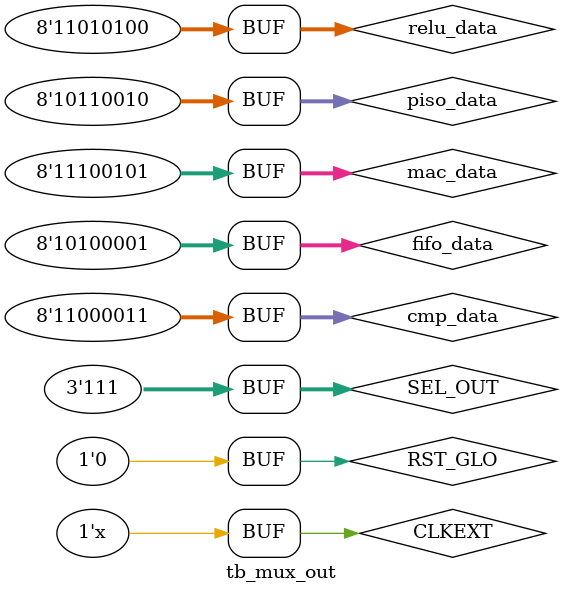
<source format=v>
`timescale 1ns/1ps

module tb_mux_out;
    reg        CLKEXT;
    reg        RST_GLO;
    reg [2:0]  SEL_OUT;
    reg [7:0]  fifo_data;
    reg [7:0]  piso_data;
    reg [7:0]  cmp_data;
    reg [7:0]  relu_data;
    reg [7:0]  mac_data;
    wire [7:0] D_OUT;

    mux_out inst (
        .CLKEXT(CLKEXT),
        .RST_GLO(RST_GLO),
        .SEL_OUT(SEL_OUT),
        .fifo_data(fifo_data),
        .piso_data(piso_data),
        .cmp_data(cmp_data),
        .relu_data(relu_data),
        .mac_data(mac_data),
        .D_OUT(D_OUT)
    );

    initial CLKEXT = 0;
    always #5 CLKEXT = ~CLKEXT;  

    initial begin
        RST_GLO   = 1;
        SEL_OUT   = 3'b000;
        fifo_data = 8'hA1;
        piso_data = 8'hB2;
        cmp_data  = 8'hC3;
        relu_data = 8'hD4;
        mac_data  = 8'hE5;

        // libera reset
        #10 RST_GLO = 0;

        // Testa todas as seleções
        #10 SEL_OUT = 3'b000;  // FIFO
        #10 SEL_OUT = 3'b001;  // PISO
        #10 SEL_OUT = 3'b010;  // CMP
        #10 SEL_OUT = 3'b011;  // RELU
        #10 SEL_OUT = 3'b100;  // MAC
        #10 SEL_OUT = 3'b101;  // default (não usado)
        #10 SEL_OUT = 3'b110;
        #10 SEL_OUT = 3'b111;

    end

endmodule

</source>
